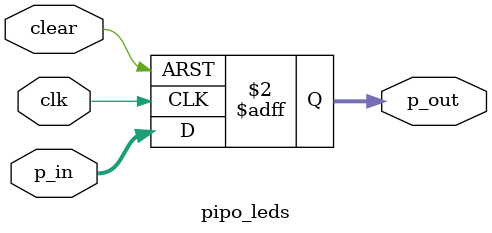
<source format=v>
`timescale 1ns / 1ps
module pipo_leds(
    input clk,clear,
    input wire[3:0] p_in,
    output reg[3:0]p_out
 );

always @(posedge clk,posedge clear)
    begin
        if (clear)
        p_out<= 4'b0000;
            else
                p_out <= p_in;
        end
endmodule



</source>
